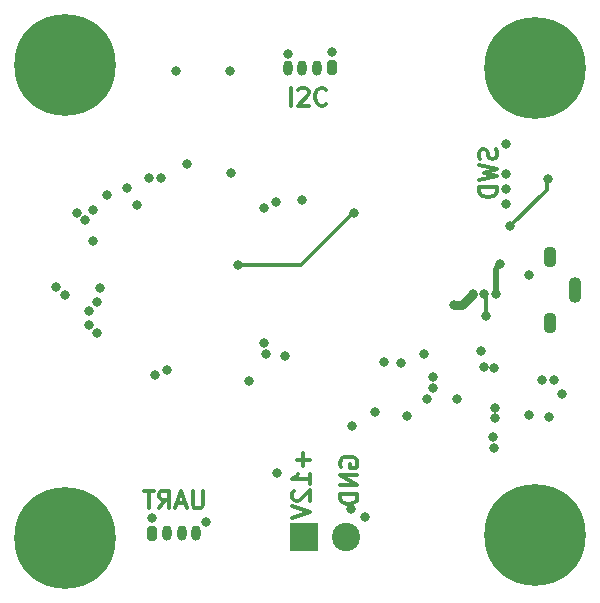
<source format=gbr>
%TF.GenerationSoftware,KiCad,Pcbnew,(5.1.10-1-10_14)*%
%TF.CreationDate,2022-04-25T19:01:15+02:00*%
%TF.ProjectId,STM32_USB_BuckConvertor,53544d33-325f-4555-9342-5f4275636b43,rev?*%
%TF.SameCoordinates,Original*%
%TF.FileFunction,Copper,L4,Bot*%
%TF.FilePolarity,Positive*%
%FSLAX46Y46*%
G04 Gerber Fmt 4.6, Leading zero omitted, Abs format (unit mm)*
G04 Created by KiCad (PCBNEW (5.1.10-1-10_14)) date 2022-04-25 19:01:15*
%MOMM*%
%LPD*%
G01*
G04 APERTURE LIST*
%TA.AperFunction,NonConductor*%
%ADD10C,0.300000*%
%TD*%
%TA.AperFunction,ComponentPad*%
%ADD11C,0.900000*%
%TD*%
%TA.AperFunction,ComponentPad*%
%ADD12C,8.600000*%
%TD*%
%TA.AperFunction,ComponentPad*%
%ADD13C,2.400000*%
%TD*%
%TA.AperFunction,ComponentPad*%
%ADD14R,2.400000X2.400000*%
%TD*%
%TA.AperFunction,ComponentPad*%
%ADD15O,0.800000X1.300000*%
%TD*%
%TA.AperFunction,ComponentPad*%
%ADD16O,1.100000X2.200000*%
%TD*%
%TA.AperFunction,ComponentPad*%
%ADD17O,1.100000X1.800000*%
%TD*%
%TA.AperFunction,ViaPad*%
%ADD18C,0.800000*%
%TD*%
%TA.AperFunction,Conductor*%
%ADD19C,0.500000*%
%TD*%
%TA.AperFunction,Conductor*%
%ADD20C,0.750000*%
%TD*%
%TA.AperFunction,Conductor*%
%ADD21C,0.300000*%
%TD*%
G04 APERTURE END LIST*
D10*
X54110714Y-28403571D02*
X54110714Y-26903571D01*
X54753571Y-27046428D02*
X54825000Y-26975000D01*
X54967857Y-26903571D01*
X55325000Y-26903571D01*
X55467857Y-26975000D01*
X55539285Y-27046428D01*
X55610714Y-27189285D01*
X55610714Y-27332142D01*
X55539285Y-27546428D01*
X54682142Y-28403571D01*
X55610714Y-28403571D01*
X57110714Y-28260714D02*
X57039285Y-28332142D01*
X56825000Y-28403571D01*
X56682142Y-28403571D01*
X56467857Y-28332142D01*
X56325000Y-28189285D01*
X56253571Y-28046428D01*
X56182142Y-27760714D01*
X56182142Y-27546428D01*
X56253571Y-27260714D01*
X56325000Y-27117857D01*
X56467857Y-26975000D01*
X56682142Y-26903571D01*
X56825000Y-26903571D01*
X57039285Y-26975000D01*
X57110714Y-27046428D01*
X71482142Y-32089285D02*
X71553571Y-32303571D01*
X71553571Y-32660714D01*
X71482142Y-32803571D01*
X71410714Y-32875000D01*
X71267857Y-32946428D01*
X71125000Y-32946428D01*
X70982142Y-32875000D01*
X70910714Y-32803571D01*
X70839285Y-32660714D01*
X70767857Y-32375000D01*
X70696428Y-32232142D01*
X70625000Y-32160714D01*
X70482142Y-32089285D01*
X70339285Y-32089285D01*
X70196428Y-32160714D01*
X70125000Y-32232142D01*
X70053571Y-32375000D01*
X70053571Y-32732142D01*
X70125000Y-32946428D01*
X70053571Y-33446428D02*
X71553571Y-33803571D01*
X70482142Y-34089285D01*
X71553571Y-34375000D01*
X70053571Y-34732142D01*
X71553571Y-35303571D02*
X70053571Y-35303571D01*
X70053571Y-35660714D01*
X70125000Y-35875000D01*
X70267857Y-36017857D01*
X70410714Y-36089285D01*
X70696428Y-36160714D01*
X70910714Y-36160714D01*
X71196428Y-36089285D01*
X71339285Y-36017857D01*
X71482142Y-35875000D01*
X71553571Y-35660714D01*
X71553571Y-35303571D01*
X46667857Y-61003571D02*
X46667857Y-62217857D01*
X46596428Y-62360714D01*
X46525000Y-62432142D01*
X46382142Y-62503571D01*
X46096428Y-62503571D01*
X45953571Y-62432142D01*
X45882142Y-62360714D01*
X45810714Y-62217857D01*
X45810714Y-61003571D01*
X45167857Y-62075000D02*
X44453571Y-62075000D01*
X45310714Y-62503571D02*
X44810714Y-61003571D01*
X44310714Y-62503571D01*
X42953571Y-62503571D02*
X43453571Y-61789285D01*
X43810714Y-62503571D02*
X43810714Y-61003571D01*
X43239285Y-61003571D01*
X43096428Y-61075000D01*
X43025000Y-61146428D01*
X42953571Y-61289285D01*
X42953571Y-61503571D01*
X43025000Y-61646428D01*
X43096428Y-61717857D01*
X43239285Y-61789285D01*
X43810714Y-61789285D01*
X42525000Y-61003571D02*
X41667857Y-61003571D01*
X42096428Y-62503571D02*
X42096428Y-61003571D01*
X58325000Y-58982142D02*
X58253571Y-58839285D01*
X58253571Y-58625000D01*
X58325000Y-58410714D01*
X58467857Y-58267857D01*
X58610714Y-58196428D01*
X58896428Y-58125000D01*
X59110714Y-58125000D01*
X59396428Y-58196428D01*
X59539285Y-58267857D01*
X59682142Y-58410714D01*
X59753571Y-58625000D01*
X59753571Y-58767857D01*
X59682142Y-58982142D01*
X59610714Y-59053571D01*
X59110714Y-59053571D01*
X59110714Y-58767857D01*
X59753571Y-59696428D02*
X58253571Y-59696428D01*
X59753571Y-60553571D01*
X58253571Y-60553571D01*
X59753571Y-61267857D02*
X58253571Y-61267857D01*
X58253571Y-61625000D01*
X58325000Y-61839285D01*
X58467857Y-61982142D01*
X58610714Y-62053571D01*
X58896428Y-62125000D01*
X59110714Y-62125000D01*
X59396428Y-62053571D01*
X59539285Y-61982142D01*
X59682142Y-61839285D01*
X59753571Y-61625000D01*
X59753571Y-61267857D01*
X55182142Y-57807142D02*
X55182142Y-58950000D01*
X55753571Y-58378571D02*
X54610714Y-58378571D01*
X55753571Y-60450000D02*
X55753571Y-59592857D01*
X55753571Y-60021428D02*
X54253571Y-60021428D01*
X54467857Y-59878571D01*
X54610714Y-59735714D01*
X54682142Y-59592857D01*
X54396428Y-61021428D02*
X54325000Y-61092857D01*
X54253571Y-61235714D01*
X54253571Y-61592857D01*
X54325000Y-61735714D01*
X54396428Y-61807142D01*
X54539285Y-61878571D01*
X54682142Y-61878571D01*
X54896428Y-61807142D01*
X55753571Y-60950000D01*
X55753571Y-61878571D01*
X54253571Y-62307142D02*
X55753571Y-62807142D01*
X54253571Y-63307142D01*
D11*
%TO.P,H1,1*%
%TO.N,GND*%
X77080419Y-62519581D03*
X74800000Y-61575000D03*
X72519581Y-62519581D03*
X71575000Y-64800000D03*
X72519581Y-67080419D03*
X74800000Y-68025000D03*
X77080419Y-67080419D03*
X78025000Y-64800000D03*
D12*
X74800000Y-64800000D03*
%TD*%
D11*
%TO.P,H2,1*%
%TO.N,GND*%
X37280419Y-62719581D03*
X35000000Y-61775000D03*
X32719581Y-62719581D03*
X31775000Y-65000000D03*
X32719581Y-67280419D03*
X35000000Y-68225000D03*
X37280419Y-67280419D03*
X38225000Y-65000000D03*
D12*
X35000000Y-65000000D03*
%TD*%
D11*
%TO.P,H3,1*%
%TO.N,GND*%
X77080419Y-22919581D03*
X74800000Y-21975000D03*
X72519581Y-22919581D03*
X71575000Y-25200000D03*
X72519581Y-27480419D03*
X74800000Y-28425000D03*
X77080419Y-27480419D03*
X78025000Y-25200000D03*
D12*
X74800000Y-25200000D03*
%TD*%
D11*
%TO.P,H4,1*%
%TO.N,GND*%
X37280419Y-22719581D03*
X35000000Y-21775000D03*
X32719581Y-22719581D03*
X31775000Y-25000000D03*
X32719581Y-27280419D03*
X35000000Y-28225000D03*
X37280419Y-27280419D03*
X38225000Y-25000000D03*
D12*
X35000000Y-25000000D03*
%TD*%
D13*
%TO.P,J1,2*%
%TO.N,GND*%
X58750000Y-64950000D03*
D14*
%TO.P,J1,1*%
%TO.N,+12V*%
X55250000Y-64950000D03*
%TD*%
D15*
%TO.P,J2,4*%
%TO.N,GND*%
X53850000Y-25190000D03*
%TO.P,J2,3*%
%TO.N,I2C_SDA*%
X55100000Y-25190000D03*
%TO.P,J2,2*%
%TO.N,I2C_SCL*%
X56350000Y-25190000D03*
%TO.P,J2,1*%
%TO.N,+3V3*%
%TA.AperFunction,ComponentPad*%
G36*
G01*
X58000000Y-24740000D02*
X58000000Y-25640000D01*
G75*
G02*
X57800000Y-25840000I-200000J0D01*
G01*
X57400000Y-25840000D01*
G75*
G02*
X57200000Y-25640000I0J200000D01*
G01*
X57200000Y-24740000D01*
G75*
G02*
X57400000Y-24540000I200000J0D01*
G01*
X57800000Y-24540000D01*
G75*
G02*
X58000000Y-24740000I0J-200000D01*
G01*
G37*
%TD.AperFunction*%
%TD*%
%TO.P,J3,4*%
%TO.N,GND*%
X46125000Y-64625000D03*
%TO.P,J3,3*%
%TO.N,USART3_RX*%
X44875000Y-64625000D03*
%TO.P,J3,2*%
%TO.N,USART3_TX*%
X43625000Y-64625000D03*
%TO.P,J3,1*%
%TO.N,+3V3*%
%TA.AperFunction,ComponentPad*%
G36*
G01*
X41975000Y-65075000D02*
X41975000Y-64175000D01*
G75*
G02*
X42175000Y-63975000I200000J0D01*
G01*
X42575000Y-63975000D01*
G75*
G02*
X42775000Y-64175000I0J-200000D01*
G01*
X42775000Y-65075000D01*
G75*
G02*
X42575000Y-65275000I-200000J0D01*
G01*
X42175000Y-65275000D01*
G75*
G02*
X41975000Y-65075000I0J200000D01*
G01*
G37*
%TD.AperFunction*%
%TD*%
D16*
%TO.P,J5,6*%
%TO.N,Net-(J5-Pad6)*%
X78175000Y-44030000D03*
D17*
X76025000Y-41230000D03*
X76025000Y-46830000D03*
%TD*%
D18*
%TO.N,GND*%
X74300000Y-42725000D03*
X53640000Y-49600000D03*
X52000000Y-49450000D03*
X50550000Y-51750000D03*
X42625000Y-51225000D03*
X37050000Y-45810000D03*
X37720000Y-45070000D03*
X37980000Y-43850000D03*
X37340000Y-37230000D03*
X38520000Y-35930000D03*
X43130000Y-34530000D03*
X52840000Y-36575000D03*
X55070000Y-36420000D03*
X72360000Y-31640000D03*
X72350000Y-34160000D03*
X72360000Y-35440000D03*
X71300000Y-57350000D03*
X65600000Y-53250000D03*
X66170000Y-52290000D03*
X70250000Y-49200000D03*
X61270000Y-54340000D03*
X59310000Y-55500000D03*
X52900000Y-59550000D03*
X46950000Y-63670000D03*
X53850000Y-24030000D03*
X44370000Y-25450000D03*
X34975000Y-44400000D03*
X34225000Y-43800000D03*
X37400000Y-39900000D03*
X36050000Y-37500000D03*
X36725000Y-38100000D03*
X71250000Y-56475000D03*
X66125000Y-51350000D03*
X68150000Y-53275000D03*
X71850000Y-41800000D03*
X71450000Y-44350000D03*
X63950000Y-54675000D03*
X62000000Y-50150000D03*
X59175000Y-62550000D03*
X60425000Y-63200000D03*
%TO.N,+3V3*%
X40210000Y-35380000D03*
X42130000Y-34540000D03*
X63425000Y-50175000D03*
X57600000Y-23825000D03*
X48930000Y-25460000D03*
X71310000Y-50590000D03*
X71440000Y-53970000D03*
X77070000Y-52850000D03*
X76400000Y-51630000D03*
X74290000Y-54620000D03*
X75930000Y-54730000D03*
X65350000Y-49450000D03*
X51860000Y-37060000D03*
X37710000Y-47650000D03*
X37000000Y-47020000D03*
X43620000Y-50750000D03*
X51800000Y-48460000D03*
X72360000Y-36750000D03*
X71400000Y-54830000D03*
X70430000Y-50570000D03*
X75390000Y-51630000D03*
X41060000Y-36830000D03*
X45310000Y-33330000D03*
X49020000Y-34110000D03*
X42350000Y-63350000D03*
%TO.N,+5V*%
X67960000Y-45322712D03*
X69554081Y-44365919D03*
X70595656Y-46235002D03*
X70450611Y-44384998D03*
%TO.N,SWO*%
X72691929Y-38599990D03*
X75900000Y-34610000D03*
%TO.N,NRST*%
X49680000Y-41930000D03*
X59460000Y-37530000D03*
%TD*%
D19*
%TO.N,GND*%
X71450001Y-42199999D02*
X71850000Y-41800000D01*
X71450000Y-44350000D02*
X71450001Y-42199999D01*
D20*
%TO.N,+5V*%
X68597288Y-45322712D02*
X69554081Y-44365919D01*
X67960000Y-45322712D02*
X68597288Y-45322712D01*
D21*
X70595656Y-44530043D02*
X70450611Y-44384998D01*
X70595656Y-46235002D02*
X70595656Y-44530043D01*
%TO.N,SWO*%
X72691929Y-38599990D02*
X75780000Y-35511919D01*
X75780000Y-34730000D02*
X75900000Y-34610000D01*
X75780000Y-35511919D02*
X75780000Y-34730000D01*
%TO.N,NRST*%
X49680000Y-41930000D02*
X55000000Y-41930000D01*
X59400000Y-37530000D02*
X59460000Y-37530000D01*
X55000000Y-41930000D02*
X59400000Y-37530000D01*
%TD*%
M02*

</source>
